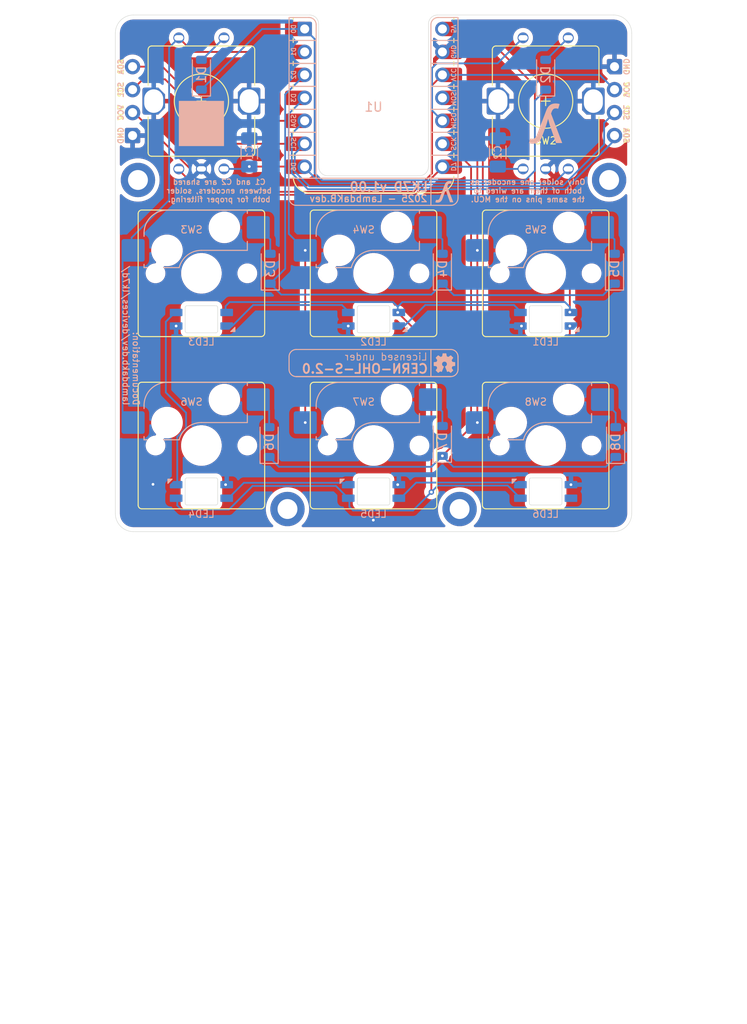
<source format=kicad_pcb>
(kicad_pcb (version 20241229) (generator "pcbnew") (generator_version "9.0")
  (title_block (title "LK7D") (date "2025-03-24") (rev "v1.00") (company "LambdaKB.dev") (comment 1 "https://lambdakb.dev/devices/lk7d"))
  (layers (0 "F.Cu" signal) (2 "B.Cu" signal) (13 "F.Paste" user) (15 "B.Paste" user) (5 "F.SilkS" user "F.Silkscreen") (7 "B.SilkS" user "B.Silkscreen") (1 "F.Mask" user) (3 "B.Mask" user) (25 "Edge.Cuts" user))
  (net 0 "")
  (net 1 "GND")
  (net 2 "+3.3V")
  (net 3 "Net-(D1-A)")
  (net 4 "Net-(D2-A)")
  (net 5 "Net-(D3-A)")
  (net 6 "/SCL")
  (net 7 "/SDA")
  (net 8 "/ENC1A")
  (net 9 "/ENC1B")
  (net 10 "Net-(D4-A)")
  (net 11 "Net-(D5-A)")
  (net 12 "Net-(D6-A)")
  (net 13 "Net-(D7-A)")
  (net 14 "Net-(D8-A)")
  (net 15 "Net-(LED1-DOUT)")
  (net 16 "/LED")
  (net 17 "+5V")
  (net 18 "Net-(LED2-DOUT)")
  (net 19 "Net-(LED3-DOUT)")
  (net 20 "Net-(LED4-DOUT)")
  (net 21 "Net-(LED5-DOUT)")
  (net 23 "/ROW0")
  (net 24 "/ROW1")
  (net 25 "/ROW2")
  (net 26 "/COL0")
  (net 27 "/COL2")
  (net 28 "/COL1")
  (footprint "MountingHole:MountingHole_2.2mm_M2_ISO14580_Pad" (layer "F.Cu") (at 49.05 84.65)
    (property "Reference" "H3" (hide yes))
    (property "Value" "MountingHole_2.2mm_M2_ISO14580_Pad")
  )
  (footprint "MountingHole:MountingHole_2.2mm_M2_ISO14580_Pad" (layer "F.Cu") (at 68.1 84.65)
    (property "Reference" "H4" (hide yes))
    (property "Value" "MountingHole_2.2mm_M2_ISO14580_Pad")
  )
  (footprint "MountingHole:MountingHole_2.2mm_M2_ISO14580_Pad" (layer "F.Cu") (at 32.5 48.25)
    (property "Reference" "H1" (hide yes))
    (property "Value" "MountingHole_2.2mm_M2_ISO14580_Pad")
  )
  (footprint "Connector_PinHeader_2.54mm:PinHeader_1x04_P2.54mm_Vertical" (layer "F.Cu") (at 31.905 39.525)
    (property "Reference" "J1" (hide yes))
    (property "Value" "PINHD_1x4_Male")
  )
  (footprint "LKBD_KeySwitch:EC11_THT_sqSilk" (layer "F.Cu") (at 39.525 39.525)
    (property "Reference" "SW1")
    (property "Value" "RotaryEncoder_Switch_MP")
  )
  (footprint "LKBD_MCU:MCU_XIAO-RP2040" (layer "F.Cu") (at 58.575 31.545)
    (property "Reference" "U1")
    (property "Value" "XIAO-RP2040")
  )
  (footprint "Connector_PinHeader_2.54mm:PinHeader_1x04_P2.54mm_Vertical" (layer "F.Cu") (at 85.245 39.525)
    (property "Reference" "J2" (hide yes))
    (property "Value" "PINHD_1x4_Male" (hide yes))
  )
  (footprint "MountingHole:MountingHole_2.2mm_M2_ISO14580_Pad" (layer "F.Cu") (at 84.65 48.25)
    (property "Reference" "H2" (hide yes))
    (property "Value" "MountingHole_2.2mm_M2_ISO14580_Pad")
  )
  (footprint "LKBD_KeySwitch:EC11_THT_sqSilk" (layer "F.Cu") (at 77.625 39.525)
    (property "Reference" "SW2")
    (property "Value" "RotaryEncoder_Switch_MP")
  )
  (footprint "Diode_SMD:D_SOD-123" (layer "B.Cu") (at 85.372 77.244 90)
    (property "Reference" "D8")
    (property "Value" "1N4148")
  )
  (footprint "LKBD_KeySwitch:SW_MX_HotSwap_sqSilk" (layer "B.Cu") (at 77.625 77.625)
    (property "Reference" "SW8")
    (property "Value" "SW_Push")
  )
  (footprint "LKBD_KeySwitch:SW_MX_HotSwap_sqSilk" (layer "B.Cu") (at 77.625 58.575)
    (property "Reference" "SW5")
    (property "Value" "SW_Push")
  )
  (footprint "Capacitor_SMD:C_1206_3216Metric_Pad1.33x1.80mm_HandSolder" (layer "B.Cu") (at 44.825 45.2015 90)
    (property "Reference" "C1")
    (property "Value" "100nF")
  )
  (footprint "LKBD_Common:LED_SK6812MINI-E" (layer "B.Cu") (at 58.575 63.655)
    (property "Reference" "LED2")
    (property "Value" "SK6812MINI-E")
    (fp_line (start -1.8 -1.3) (end -1.8 1.3) (stroke (width 0.05)) (layer "Edge.Cuts"))
    (fp_line (start -1.599999 1.5) (end 1.6 1.5) (stroke (width 0.05)) (layer "Edge.Cuts"))
    (fp_line (start 1.6 -1.5) (end -1.599999 -1.5) (stroke (width 0.05)) (layer "Edge.Cuts"))
    (fp_line (start 1.8 1.3) (end 1.8 -1.3) (stroke (width 0.05)) (layer "Edge.Cuts"))
    (fp_arc (start -1.8 -1.3) (mid -1.741421 -1.441421) (end -1.6 -1.5) (stroke (width 0.05)) (layer "Edge.Cuts"))
    (fp_arc (start -1.6 1.5) (mid -1.741421 1.441421) (end -1.8 1.3) (stroke (width 0.05)) (layer "Edge.Cuts"))
    (fp_arc (start 1.6 -1.5) (mid 1.741421 -1.441421) (end 1.8 -1.3) (stroke (width 0.05)) (layer "Edge.Cuts"))
    (fp_arc (start 1.8 1.3) (mid 1.741421 1.441421) (end 1.6 1.5) (stroke (width 0.05)) (layer "Edge.Cuts"))
  )
  (footprint "Capacitor_SMD:C_1206_3216Metric_Pad1.33x1.80mm_HandSolder" (layer "B.Cu") (at 72.325 45.2015 -90)
    (property "Reference" "C2")
    (property "Value" "100nF")
  )
  (footprint "LKBD_Common:LED_SK6812MINI-E" (layer "B.Cu") (at 77.625 63.655)
    (property "Reference" "LED1")
    (property "Value" "SK6812MINI-E")
    (fp_line (start -1.8 -1.3) (end -1.8 1.3) (stroke (width 0.05)) (layer "Edge.Cuts"))
    (fp_line (start -1.599999 1.5) (end 1.6 1.5) (stroke (width 0.05)) (layer "Edge.Cuts"))
    (fp_line (start 1.6 -1.5) (end -1.599999 -1.5) (stroke (width 0.05)) (layer "Edge.Cuts"))
    (fp_line (start 1.8 1.3) (end 1.8 -1.3) (stroke (width 0.05)) (layer "Edge.Cuts"))
    (fp_arc (start -1.8 -1.3) (mid -1.741421 -1.441421) (end -1.6 -1.5) (stroke (width 0.05)) (layer "Edge.Cuts"))
    (fp_arc (start -1.6 1.5) (mid -1.741421 1.441421) (end -1.8 1.3) (stroke (width 0.05)) (layer "Edge.Cuts"))
    (fp_arc (start 1.6 -1.5) (mid 1.741421 -1.441421) (end 1.8 -1.3) (stroke (width 0.05)) (layer "Edge.Cuts"))
    (fp_arc (start 1.8 1.3) (mid 1.741421 1.441421) (end 1.6 1.5) (stroke (width 0.05)) (layer "Edge.Cuts"))
  )
  (footprint "LKBD_KeySwitch:SW_MX_HotSwap_sqSilk" (layer "B.Cu") (at 58.575 58.575)
    (property "Reference" "SW4")
    (property "Value" "SW_Push")
  )
  (footprint "Diode_SMD:D_SOD-123" (layer "B.Cu") (at 77.625 36.604 90)
    (property "Reference" "D2")
    (property "Value" "1N4148")
  )
  (footprint "LKBD_KeySwitch:SW_MX_HotSwap_sqSilk" (layer "B.Cu") (at 39.525 58.575)
    (property "Reference" "SW3")
    (property "Value" "SW_Push")
  )
  (footprint "Diode_SMD:D_SOD-123" (layer "B.Cu") (at 39.525 36.604 90)
    (property "Reference" "D1")
    (property "Value" "1N4148")
  )
  (footprint "LKBD_Common:LED_SK6812MINI-E" (layer "B.Cu") (at 77.625 82.705 180)
    (property "Reference" "LED6")
    (property "Value" "SK6812MINI-E")
    (fp_line (start 1.8 1.3) (end 1.8 -1.3) (stroke (width 0.05)) (layer "Edge.Cuts"))
    (fp_line (start 1.6 -1.5) (end -1.599999 -1.5) (stroke (width 0.05)) (layer "Edge.Cuts"))
    (fp_line (start -1.599999 1.5) (end 1.6 1.5) (stroke (width 0.05)) (layer "Edge.Cuts"))
    (fp_line (start -1.8 -1.3) (end -1.8 1.3) (stroke (width 0.05)) (layer "Edge.Cuts"))
    (fp_arc (start 1.8 1.3) (mid 1.741421 1.441421) (end 1.6 1.5) (stroke (width 0.05)) (layer "Edge.Cuts"))
    (fp_arc (start 1.6 -1.5) (mid 1.741421 -1.441421) (end 1.8 -1.3) (stroke (width 0.05)) (layer "Edge.Cuts"))
    (fp_arc (start -1.6 1.5) (mid -1.741421 1.441421) (end -1.8 1.3) (stroke (width 0.05)) (layer "Edge.Cuts"))
    (fp_arc (start -1.8 -1.3) (mid -1.741421 -1.441421) (end -1.6 -1.5) (stroke (width 0.05)) (layer "Edge.Cuts"))
  )
  (footprint "Diode_SMD:D_SOD-123" (layer "B.Cu") (at 47.145001 58.067002 90)
    (property "Reference" "D3")
    (property "Value" "1N4148")
  )
  (footprint "Diode_SMD:D_SOD-123" (layer "B.Cu") (at 66.195001 58.067002 90)
    (property "Reference" "D4")
    (property "Value" "1N4148")
  )
  (footprint "LKBD_KeySwitch:SW_MX_HotSwap_sqSilk" (layer "B.Cu") (at 58.575 77.625)
    (property "Reference" "SW7")
    (property "Value" "SW_Push")
  )
  (footprint "Diode_SMD:D_SOD-123" (layer "B.Cu") (at 66.195001 77.117002 90)
    (property "Reference" "D7")
    (property "Value" "1N4148")
  )
  (footprint "LKBD_Common:LED_SK6812MINI-E" (layer "B.Cu") (at 58.575 82.705 180)
    (property "Reference" "LED5")
    (property "Value" "SK6812MINI-E")
    (fp_line (start 1.8 1.3) (end 1.8 -1.3) (stroke (width 0.05)) (layer "Edge.Cuts"))
    (fp_line (start 1.6 -1.5) (end -1.599999 -1.5) (stroke (width 0.05)) (layer "Edge.Cuts"))
    (fp_line (start -1.599999 1.5) (end 1.6 1.5) (stroke (width 0.05)) (layer "Edge.Cuts"))
    (fp_line (start -1.8 -1.3) (end -1.8 1.3) (stroke (width 0.05)) (layer "Edge.Cuts"))
    (fp_arc (start 1.8 1.3) (mid 1.741421 1.441421) (end 1.6 1.5) (stroke (width 0.05)) (layer "Edge.Cuts"))
    (fp_arc (start 1.6 -1.5) (mid 1.741421 -1.441421) (end 1.8 -1.3) (stroke (width 0.05)) (layer "Edge.Cuts"))
    (fp_arc (start -1.6 1.5) (mid -1.741421 1.441421) (end -1.8 1.3) (stroke (width 0.05)) (layer "Edge.Cuts"))
    (fp_arc (start -1.8 -1.3) (mid -1.741421 -1.441421) (end -1.6 -1.5) (stroke (width 0.05)) (layer "Edge.Cuts"))
  )
  (footprint "LKBD_KeySwitch:SW_MX_HotSwap_sqSilk" (layer "B.Cu") (at 39.525 77.625)
    (property "Reference" "SW6")
    (property "Value" "SW_Push")
  )
  (footprint "LKBD_Common:LED_SK6812MINI-E" (layer "B.Cu") (at 39.525 63.655)
    (property "Reference" "LED3")
    (property "Value" "SK6812MINI-E")
    (fp_line (start -1.8 -1.3) (end -1.8 1.3) (stroke (width 0.05)) (layer "Edge.Cuts"))
    (fp_line (start -1.599999 1.5) (end 1.6 1.5) (stroke (width 0.05)) (layer "Edge.Cuts"))
    (fp_line (start 1.6 -1.5) (end -1.599999 -1.5) (stroke (width 0.05)) (layer "Edge.Cuts"))
    (fp_line (start 1.8 1.3) (end 1.8 -1.3) (stroke (width 0.05)) (layer "Edge.Cuts"))
    (fp_arc (start -1.8 -1.3) (mid -1.741421 -1.441421) (end -1.6 -1.5) (stroke (width 0.05)) (layer "Edge.Cuts"))
    (fp_arc (start -1.6 1.5) (mid -1.741421 1.441421) (end -1.8 1.3) (stroke (width 0.05)) (layer "Edge.Cuts"))
    (fp_arc (start 1.6 -1.5) (mid 1.741421 -1.441421) (end 1.8 -1.3) (stroke (width 0.05)) (layer "Edge.Cuts"))
    (fp_arc (start 1.8 1.3) (mid 1.741421 1.441421) (end 1.6 1.5) (stroke (width 0.05)) (layer "Edge.Cuts"))
  )
  (footprint "Diode_SMD:D_SOD-123" (layer "B.Cu") (at 47.018 77.244 90)
    (property "Reference" "D6")
    (property "Value" "1N4148")
  )
  (footprint "LKBD_Common:LED_SK6812MINI-E" (layer "B.Cu") (at 39.525 82.705 180)
    (property "Reference" "LED4")
    (property "Value" "SK6812MINI-E")
    (fp_line (start 1.8 1.3) (end 1.8 -1.3) (stroke (width 0.05)) (layer "Edge.Cuts"))
    (fp_line (start 1.6 -1.5) (end -1.599999 -1.5) (stroke (width 0.05)) (layer "Edge.Cuts"))
    (fp_line (start -1.599999 1.5) (end 1.6 1.5) (stroke (width 0.05)) (layer "Edge.Cuts"))
    (fp_line (start -1.8 -1.3) (end -1.8 1.3) (stroke (width 0.05)) (layer "Edge.Cuts"))
    (fp_arc (start 1.8 1.3) (mid 1.741421 1.441421) (end 1.6 1.5) (stroke (width 0.05)) (layer "Edge.Cuts"))
    (fp_arc (start 1.6 -1.5) (mid 1.741421 -1.441421) (end 1.8 -1.3) (stroke (width 0.05)) (layer "Edge.Cuts"))
    (fp_arc (start -1.6 1.5) (mid -1.741421 1.441421) (end -1.8 1.3) (stroke (width 0.05)) (layer "Edge.Cuts"))
    (fp_arc (start -1.8 -1.3) (mid -1.741421 -1.441421) (end -1.6 -1.5) (stroke (width 0.05)) (layer "Edge.Cuts"))
  )
  (footprint "LKBD_PCBFab:JLCPCB_2DBarcode_5x5mm" (layer "B.Cu") (at 39.525 42 180)
    (property "Reference" "M1" (hide yes))
    (property "Value" "JLCPCB_2DBarcode_5x5mm")
  )
  (footprint "Diode_SMD:D_SOD-123" (layer "B.Cu") (at 85.245001 58.067002 90)
    (property "Reference" "D5")
    (property "Value" "1N4148")
  )
  (gr_line (start 65.742537 69.519987) (end 65.963857 69.36815) (stroke (width 0.1)) (layer "B.SilkS"))
  (gr_line (start 66.00531 67.87391) (end 65.983538 67.872395) (stroke (width 0.1)) (layer "B.SilkS"))
  (gr_line (start 65.983538 67.872395) (end 65.742529 67.706926) (stroke (width 0.1)) (layer "B.SilkS"))
  (gr_line (start 67.107555 69.519986) (end 67.126866 69.518187) (stroke (width 0.1)) (layer "B.SilkS"))
  (gr_line (start 65.301404 68.771874) (end 65.573557 68.822518) (stroke (width 0.1)) (layer "B.SilkS"))
  (gr_line (start 66.098655 69.413593) (end 66.299805 68.927497) (stroke (width 0.1)) (layer "B.SilkS"))
  (gr_line (start 67.126866 69.518187) (end 67.329916 69.315234) (stroke (width 0.1)) (layer "B.SilkS"))
  (gr_line (start 65.301491 68.45504) (end 65.301404 68.45504) (stroke (width 0.1)) (layer "B.SilkS"))
  (gr_line (start 66.198705 67.794773) (end 66.00531 67.87391) (stroke (width 0.1)) (layer "B.SilkS"))
  (gr_line (start 67.331526 67.930991) (end 67.329727 67.911775) (stroke (width 0.1)) (layer "B.SilkS"))
  (gr_line (start 66.844773 67.87391) (end 66.651379 67.794773) (stroke (width 0.1)) (layer "B.SilkS"))
  (gr_line (start 67.167666 68.189419) (end 67.168991 68.16793) (stroke (width 0.1)) (layer "B.SilkS"))
  (gr_line (start 65.985061 69.367399) (end 66.082563 69.419462) (stroke (width 0.1)) (layer "B.SilkS"))
  (gr_line (start 66.758139 69.420099) (end 66.767529 69.419455) (stroke (width 0.1)) (layer "B.SilkS"))
  (gr_line (start 66.550279 68.927497) (end 66.751437 69.413491) (stroke (width 0.1)) (layer "B.SilkS"))
  (gr_line (start 65.674656 69.049044) (end 65.673053 69.070722) (stroke (width 0.1)) (layer "B.SilkS"))
  (gr_line (start 66.266578 67.489866) (end 66.212905 67.778396) (stroke (width 0.1)) (layer "B.SilkS"))
  (gr_line (start 67.175522 69.049045) (end 67.260434 68.836812) (stroke (width 0.1)) (layer "B.SilkS"))
  (gr_line (start 67.329916 69.315234) (end 67.331715 69.295923) (stroke (width 0.1)) (layer "B.SilkS"))
  (gr_line (start 65.518463 67.930991) (end 65.681092 68.16793) (stroke (width 0.1)) (layer "B.SilkS"))
  (gr_line (start 66.293936 68.909322) (end 66.269513 68.894365) (stroke (width 0.1)) (layer "B.SilkS"))
  (gr_line (start 66.580572 68.894365) (end 66.556149 68.909322) (stroke (width 0.1)) (layer "B.SilkS"))
  (gr_line (start 67.126772 67.70863) (end 67.107461 67.706832) (stroke (width 0.1)) (layer "B.SilkS"))
  (gr_line (start 67.329727 67.911775) (end 67.126772 67.70863) (stroke (width 0.1)) (layer "B.SilkS"))
  (gr_line (start 64.925 48.055) (end 64.925 51.055) (stroke (width 0.12)) (layer "B.SilkS"))
  (gr_line (start 67.125001 70) (end 50.025001 70) (stroke (width 0.12)) (layer "B.SilkS"))
  (gr_line (start 66.596002 68.882533) (end 66.580572 68.894365) (stroke (width 0.1)) (layer "B.SilkS"))
  (gr_line (start 67.177132 69.070627) (end 67.175522 69.049045) (stroke (width 0.1)) (layer "B.SilkS"))
  (gr_line (start 65.963857 69.36815) (end 65.985061 69.367399) (stroke (width 0.1)) (layer "B.SilkS"))
  (gr_line (start 67.560986 68.756918) (end 67.560986 68.469902) (stroke (width 0.1)) (layer "B.SilkS"))
  (gr_line (start 65.289098 68.469902) (end 65.289098 68.757012) (stroke (width 0.1)) (layer "B.SilkS"))
  (gr_line (start 66.63718 67.778396) (end 66.583506 67.489961) (stroke (width 0.1)) (layer "B.SilkS"))
  (gr_arc (start 67.925001 69.2) (mid 67.690686 69.765686) (end 67.125001 70) (stroke (width 0.12)) (layer "B.SilkS"))
  (gr_line (start 66.299805 68.927497) (end 66.293936 68.909322) (stroke (width 0.1)) (layer "B.SilkS"))
  (gr_line (start 65.301404 68.45504) (end 65.289098 68.469902) (stroke (width 0.1)) (layer "B.SilkS"))
  (gr_poly (pts (xy 66.280793 67.477577) (xy 66.280149 67.477625) (xy 66.279508 67.477704) (xy 66.278872 67.477813) (xy 66.278241 67.477952) (xy 66.277616 67.47812) (xy 66.276998 67.478316) (xy 66.276389 67.478538) (xy 66.275788 67.478787) (xy 66.275198 67.479061) (xy 66.27405 67.479682) (xy 66.272953 67.480395) (xy 66.271914 67.481193) (xy 66.270941 67.48207) (xy 66.270041 67.483019) (xy 66.26922 67.484034) (xy 66.268487 67.485108) (xy 66.268156 67.485665) (xy 66.267849 67.486235) (xy 66.267568 67.486816) (xy 66.267314 67.487408) (xy 66.267086 67.48801) (xy 66.266887 67.488621) (xy 66.266718 67.48924) (xy 66.266578 67.489866) (xy 66.212905 67.778396) (xy 66.212525 67.779774) (xy 66.212066 67.781117) (xy 66.211531 67.782424) (xy 66.210922 67.783691) (xy 66.21024 67.784916) (xy 66.209489 67.786095) (xy 66.208672 67.787226) (xy 66.20779 67.788306) (xy 66.206845 67.789332) (xy 66.205842 67.790302) (xy 66.204781 67.791212) (xy 66.203665 67.79206) (xy 66.202497 67.792843) (xy 66.20128 67.793558) (xy 66.200015 67.794202) (xy 66.198705 67.794773) (xy 66.00531 67.87391) (xy 66.003972 67.874438) (xy 66.002613 67.874881) (xy 66.001238 67.875241) (xy 65.999849 67.875517) (xy 65.998452 67.875709) (xy 65.997048 67.875819) (xy 65.995644 67.875845) (xy 65.994241 67.875789) (xy 65.992844 67.87565) (xy 65.991456 67.875429) (xy 65.990081 67.875127) (xy 65.988724 67.874743) (xy 65.987387 67.874277) (xy 65.986075 67.873731) (xy 65.98479 67.873103) (xy 65.983538 67.872395) (xy 65.742529 67.706926) (xy 65.741953 67.70658) (xy 65.741367 67.70626) (xy 65.74017 67.705701) (xy 65.738943 67.705249) (xy 65.737693 67.704904) (xy 65.736427 67.704664) (xy 65.73515 67.70453) (xy 65.733871 67.7045) (xy 65.732595 67.704573) (xy 65.731329 67.70475) (xy 65.73008 67.705029) (xy 65.728855 67.70541) (xy 65.72766 67.705892) (xy 65.726501 67.706475) (xy 65.725386 67.707158) (xy 65.72432 67.707939) (xy 65.723809 67.708367) (xy 65.723312 67.70882) (xy 65.520357 67.911775) (xy 65.519907 67.912239) (xy 65.519482 67.912724) (xy 65.519082 67.913229) (xy 65.518706 67.913754) (xy 65.518355 67.914296) (xy 65.518029 67.914854) (xy 65.517728 67.915428) (xy 65.517451 67.916015) (xy 65.5172 67.916616) (xy 65.516973 67.917227) (xy 65.516596 67.918479) (xy 65.516319 67.919761) (xy 65.516144 67.921064) (xy 65.516071 67.922376) (xy 65.5161 67.923688) (xy 65.516233 67.92499) (xy 65.516469 67.926272) (xy 65.516626 67.926902) (xy 65.51681 67.927523) (xy 65.517019 67.928133) (xy 65.517255 67.928733) (xy 65.517517 67.92932) (xy 65.517806 67.929893) (xy 65.518121 67.93045) (xy 65.518463 67.930991) (xy 65.681092 68.16793) (xy 65.68179 68.169169) (xy 65.682407 68.170439) (xy 65.682943 68.171737) (xy 65.683398 68.173059) (xy 65.68377 68.174401) (xy 65.684061 68.17576) (xy 65.68427 68.177132) (xy 65.684396 68.178512) (xy 65.68444 68.179898) (xy 65.6844 68.181285) (xy 65.684278 68.182669) (xy 65.684072 68.184047) (xy 65.683783 68.185415) (xy 65.68341 68.186768) (xy 65.682953 68.188104) (xy 65.682411 68.189419) (xy 65.596932 68.388966) (xy 65.59634 68.390274) (xy 65.595677 68.391537) (xy 65.594944 68.392753) (xy 65.594144 68.393918) (xy 65.593281 68.395032) (xy 65.592357 68.396091) (xy 65.591375 68.397093) (xy 65.590337 68.398036) (xy 65.589246 68.398917) (xy 65.588106 68.399735) (xy 65.586918 68.400486) (xy 65.585685 68.401168) (xy 65.584411 68.40178) (xy 65.583098 68.402318) (xy 65.581748 68.402781) (xy 65.580365 68.403166) (xy 65.301491 68.45504) (xy 65.301404 68.45504) (xy 65.300777 68.455171) (xy 65.300158 68.455334) (xy 65.299547 68.455526) (xy 65.298945 68.455748) (xy 65.298354 68.455998) (xy 65.297772 68.456276) (xy 65.297203 68.45658) (xy 65.296646 68.456909) (xy 65.296101 68.457262) (xy 65.295571 68.45764) (xy 65.295056 68.458039) (xy 65.294556 68.45846) (xy 65.294073 68.458902) (xy 65.293607 68.459363) (xy 65.293159 68.459843) (xy 65.29273 68.460341) (xy 65.292321 68.460855) (xy 65.291932 68.461384) (xy 65.291565 68.461929) (xy 65.291219 68.462487) (xy 65.290897 68.463058) (xy 65.290598 68.463641) (xy 65.290324 68.464234) (xy 65.290075 68.464838) (xy 65.289853 68.46545) (xy 65.289658 68.46607) (xy 65.28949 68.466697) (xy 65.289351 68.46733) (xy 65.289241 68.467968) (xy 65.289162 68.46861) (xy 65.289114 68.469255) (xy 65.289098 68.469902) (xy 65.289098 68.757012) (xy 65.289133 68.757683) (xy 65.289195 68.758346) (xy 65.289285 68.759002) (xy 65.289402 68.75965) (xy 65.289545 68.760289) (xy 65.289714 68.760919) (xy 65.289908 68.761538) (xy 65.290126 68.762147) (xy 65.290636 68.76333) (xy 65.291238 68.764462) (xy 65.291927 68.765539) (xy 65.292701 68.766554) (xy 65.293555 68.767504) (xy 65.294484 68.768382) (xy 65.295484 68.769185) (xy 65.296551 68.769906) (xy 65.297108 68.770234) (xy 65.297681 68.77054) (xy 65.298268 68.770823) (xy 65.298869 68.771083) (xy 65.299484 68.771319) (xy 65.300112 68.771529) (xy 65.300752 68.771714) (xy 65.301404 68.771874) (xy 65.573557 68.822518) (xy 65.574928 68.822898) (xy 65.576264 68.823358) (xy 65.577561 68.823897) (xy 65.578818 68.82451) (xy 65.580031 68.825197) (xy 65.581197 68.825953) (xy 65.582314 68.826778) (xy 65.583378 68.827667) (xy 65.584387 68.828619) (xy 65.585337 68.82963) (xy 65.586226 68.830699) (xy 65.58705 68.831822) (xy 65.587808 68.832998) (xy 65.588496 68.834223) (xy 65.58911 68.835495) (xy 65.589649 68.836812) (xy 65.674656 69.049044) (xy 65.675173 69.05038) (xy 65.675606 69.051735) (xy 65.675956 69.053107) (xy 65.676223 69.054491) (xy 65.676407 69.055883) (xy 65.676509 69.057281) (xy 65.676529 69.05868) (xy 65.676467 69.060076) (xy 65.676323 69.061467) (xy 65.676098 69.062848) (xy 65.675791 69.064215) (xy 65.675404 69.065565) (xy 65.674936 69.066895) (xy 65.674388 69.0682) (xy 65.67376 69.069477) (xy 65.673053 69.070722) (xy 65.51847 69.295923) (xy 65.518122 69.296501) (xy 65.517801 69.297089) (xy 65.51724 69.298293) (xy 65.516786 69.299525) (xy 65.516439 69.300781) (xy 65.516198 69.302054) (xy 65.516063 69.303336) (xy 65.516033 69.304621) (xy 65.516106 69.305903) (xy 65.516283 69.307175) (xy 65.516563 69.30843) (xy 65.516945 69.309661) (xy 65.517429 69.310863) (xy 65.518013 69.312027) (xy 65.518698 69.313148) (xy 65.519482 69.314219) (xy 65.519911 69.314734) (xy 65.520365 69.315234) (xy 65.72332 69.518189) (xy 65.72382 69.518636) (xy 65.724335 69.519058) (xy 65.724864 69.519455) (xy 65.725405 69.519828) (xy 65.725959 69.520177) (xy 65.726524 69.520501) (xy 65.7271 69.5208) (xy 65.727686 69.521074) (xy 65.728883 69.521547) (xy 65.730109 69.521919) (xy 65.731357 69.522191) (xy 65.732622 69.522361) (xy 65.733897 69.522429) (xy 65.735174 69.522393) (xy 65.736448 69.522255) (xy 65.737712 69.522012) (xy 65.738338 69.521851) (xy 65.73896 69.521664) (xy 65.739575 69.521451) (xy 65.740184 69.521211) (xy 65.740785 69.520945) (xy 65.741379 69.520653) (xy 65.741963 69.520333) (xy 65.742537 69.519987) (xy 65.963857 69.36815) (xy 65.965086 69.367459) (xy 65.966347 69.366854) (xy 65.967637 69.366333) (xy 65.96895 69.365899) (xy 65.970284 69.365549) (xy 65.971633 69.365286) (xy 65.972994 69.365108) (xy 65.974361 69.365016) (xy 65.975732 69.365011) (xy 65.977102 69.365092) (xy 65.978467 69.365259) (xy 65.979821 69.365513) (xy 65.981163 69.365854) (xy 65.982486 69.366282) (xy 65.983787 69.366797) (xy 65.985061 69.367399) (xy 66.082563 69.419462) (xy 66.083109 69.419739) (xy 66.083667 69.419984) (xy 66.084234 69.420199) (xy 66.084809 69.420382) (xy 66.085392 69.420535) (xy 66.085982 69.420657) (xy 66.086575 69.420747) (xy 66.087173 69.420806) (xy 66.087772 69.420834) (xy 66.088373 69.420831) (xy 66.088974 69.420795) (xy 66.089573 69.420729) (xy 66.090169 69.42063) (xy 66.090761 69.4205) (xy 66.091348 69.420337) (xy 66.091928 69.420143) (xy 66.092497 69.419918) (xy 66.093051 69.419664) (xy 66.093588 69.419383) (xy 66.094108 69.419074) (xy 66.094609 69.41874) (xy 66.095091 69.41838) (xy 66.095553 69.417996) (xy 66.095994 69.417589) (xy 66.096413 69.417159) (xy 66.096809 69.416707) (xy 66.097181 69.416235) (xy 66.097529 69.415743) (xy 66.097851 69.415231) (xy 66.098147 69.414702) (xy 66.098415 69.414156) (xy 66.098655 69.413593) (xy 66.299805 68.927497) (xy 66.30003 68.926868) (xy 66.300226 68.926234) (xy 66.300531 68.924958) (xy 66.300724 68.923674) (xy 66.300806 68.922389) (xy 66.30078 68.92111) (xy 66.300647 68.919844) (xy 66.30041 68.918597) (xy 66.300071 68.917376) (xy 66.299631 68.916187) (xy 66.299094 68.915036) (xy 66.298461 68.913932) (xy 66.297735 68.912879) (xy 66.296917 68.911885) (xy 66.29601 68.910956) (xy 66.295015 68.9101) (xy 66.294486 68.9097) (xy 66.293936 68.909322) (xy 66.269513 68.894365) (xy 66.26774 68.893216) (xy 66.265851 68.891917) (xy 66.263882 68.890496) (xy 66.261869 68.888981) (xy 66.259847 68.8874) (xy 66.257851 68.88578) (xy 66.255918 68.884148) (xy 66.254083 68.882533) (xy 66.24313 68.875212) (xy 66.232559 68.8675) (xy 66.222376 68.85941) (xy 66.212587 68.850958) (xy 66.203197 68.842158) (xy 66.19421 68.833024) (xy 66.185634 68.823571) (xy 66.177473 68.813813) (xy 66.169732 68.803765) (xy 66.162417 68.793442) (xy 66.155534 68.782857) (xy 66.149088 68.772026) (xy 66.143084 68.760963) (xy 66.137527 68.749682) (xy 66.132425 68.738198) (xy 66.12778 68.726526) (xy 66.1236 68.714679) (xy 66.11989 68.702673) (xy 66.116654 68.690521) (xy 66.113899 68.678239) (xy 66.11163 68.665841) (xy 66.109852 68.653341) (xy 66.108571 68.640753) (xy 66.107792 68.628094) (xy 66.10752 68.615376) (xy 66.107762 68.602614) (xy 66.108522 68.589824) (xy 66.109806 68.577018) (xy 66.11162 68.564213) (xy 66.113968 68.551421) (xy 66.116857 68.538659) (xy 66.120291 68.52594) (xy 66.124246 68.513373) (xy 66.128684 68.501063) (xy 66.133593 68.48902) (xy 66.13896 68.477253) (xy 66.144773 68.465771) (xy 66.15102 68.454584) (xy 66.157688 68.4437) (xy 66.164764 68.433129) (xy 66.172237 68.422881) (xy 66.180095 68.412964) (xy 66.188324 68.403389) (xy 66.196912 68.394163) (xy 66.205847 68.385297) (xy 66.215116 68.3768) (xy 66.224708 68.368681) (xy 66.234609 68.360949) (xy 66.244808 68.353614) (xy 66.255292 68.346684) (xy 66.266048 68.34017) (xy 66.277064 68.334081) (xy 66.288328 68.328425) (xy 66.299828 68.323212) (xy 66.31155 68.318452) (xy 66.323483 68.314153) (xy 66.335615 68.310326) (xy 66.347932 68.306978) (xy 66.360422 68.30412) (xy 66.373074 68.301761) (xy 66.385874 68.29991) (xy 66.39881 68.298576) (xy 66.411871 68.297769) (xy 66.425042 68.297498) (xy 66.438214 68.297769) (xy 66.451274 68.298576) (xy 66.477011 68.301761) (xy 66.502153 68.306978) (xy 66.526601 68.314153) (xy 66.550257 68.323212) (xy 66.573021 68.334081) (xy 66.594793 68.346684) (xy 66.615475 68.360949) (xy 66.634968 68.3768) (xy 66.653173 68.394163) (xy 66.66999 68.412965) (xy 66.685321 68.43313) (xy 66.699065 68.454584) (xy 66.711125 68.477253) (xy 66.721401 68.501064) (xy 66.725839 68.513373) (xy 66.729794 68.52594) (xy 66.736117 68.551422) (xy 66.740278 68.577018) (xy 66.742323 68.602614) (xy 66.742293 68.628094) (xy 66.740233 68.653341) (xy 66.736186 68.678239) (xy 66.730195 68.702673) (xy 66.722304 68.726526) (xy 66.712557 68.749682) (xy 66.700997 68.772027) (xy 66.687668 68.793442) (xy 66.672612 68.813813) (xy 66.655874 68.833024) (xy 66.637498 68.850958) (xy 66.617526 68.8675) (xy 66.596002 68.882533) (xy 66.594166 68.88418) (xy 66.592233 68.885834) (xy 66.590238 68.887467) (xy 66.588216 68.889053) (xy 66.586203 68.890564) (xy 66.584234 68.891971) (xy 66.582345 68.893248) (xy 66.580572 68.894365) (xy 66.556149 68.909322) (xy 66.555596 68.909698) (xy 66.555064 68.910096) (xy 66.554553 68.910513) (xy 66.554065 68.91095) (xy 66.553598 68.911404) (xy 66.553153 68.911876) (xy 66.552731 68.912365) (xy 66.552331 68.912869) (xy 66.551955 68.913388) (xy 66.551602 68.913921) (xy 66.551272 68.914468) (xy 66.550967 68.915026) (xy 66.550685 68.915596) (xy 66.550428 68.916177) (xy 66.550196 68.916768) (xy 66.549988 68.917367) (xy 66.549806 68.917975) (xy 66.549649 68.91859) (xy 66.549518 68.919211) (xy 66.549413 68.919839) (xy 66.549334 68.92047) (xy 66.549282 68.921106) (xy 66.549256 68.921745) (xy 66.549258 68.922386) (xy 66.549287 68.923029) (xy 66.549344 68.923672) (xy 66.549428 68.924315) (xy 66.549541 68.924957) (xy 66.549682 68.925597) (xy 66.549852 68.926234) (xy 66.550051 68.926868) (xy 66.550279 68.927497) (xy 66.751437 69.413491) (xy 66.751673 69.414057) (xy 66.751938 69.414607) (xy 66.752231 69.41514) (xy 66.752551 69.415655) (xy 66.752896 69.41615) (xy 66.753266 69.416626) (xy 66.75366 69.417082) (xy 66.754078 69.417515) (xy 66.754517 69.417927) (xy 66.754978 69.418314) (xy 66.755459 69.418678) (xy 66.75596 69.419016) (xy 66.756479 69.419328) (xy 66.757016 69.419613) (xy 66.75757 69.419871) (xy 66.758139 69.420099) (xy 66.75872 69.420297) (xy 66.759308 69.420462) (xy 66.759901 69.420596) (xy 66.760498 69.420698) (xy 66.761098 69.420767) (xy 66.7617 69.420805) (xy 66.762302 69.420811) (xy 66.762903 69.420786) (xy 66.763503 69.420729) (xy 66.764098 69.420641) (xy 66.764689 69.420521) (xy 66.765274 69.42037) (xy 66.765852 69.420188) (xy 66.766421 69.419974) (xy 66.766981 69.41973) (xy 66.767529 69.419455) (xy 66.865031 69.367393) (xy 66.866303 69.366786) (xy 66.867602 69.366267) (xy 66.868923 69.365834) (xy 66.870263 69.365488) (xy 66.871616 69.365229) (xy 66.87298 69.365056) (xy 66.874349 69.36497) (xy 66.87572 69.36497) (xy 66.877088 69.365056) (xy 66.878449 69.365228) (xy 66.879799 69.365487) (xy 66.881134 69.365831) (xy 66.882449 69.36626) (xy 66.88374 69.366775) (xy 66.885004 69.367376) (xy 66.886235 69.368061) (xy 67.107555 69.519986) (xy 67.108132 69.520333) (xy 67.108719 69.520654) (xy 67.10992 69.521215) (xy 67.11115 69.52167) (xy 67.112403 69.522019) (xy 67.113673 69.522263) (xy 67.114953 69.522403) (xy 67.116236 69.522438) (xy 67.117517 69.522371) (xy 67.118788 69.522201) (xy 67.120042 69.521929) (xy 67.121274 69.521555) (xy 67.122477 69.521081) (xy 67.123645 69.520506) (xy 67.124769 69.519832) (xy 67.125846 69.519059) (xy 67.126363 69.518635) (xy 67.126866 69.518187) (xy 67.329916 69.315234) (xy 67.330367 69.314733) (xy 67.330794 69.314216) (xy 67.331195 69.313685) (xy 67.331572 69.313141) (xy 67.331923 69.312585) (xy 67.33225 69.312017) (xy 67.332552 69.311439) (xy 67.332828 69.31085) (xy 67.333079 69.310253) (xy 67.333305 69.309647) (xy 67.333681 69.308415) (xy 67.333954 69.307159) (xy 67.334125 69.305887) (xy 67.334192 69.304605) (xy 67.334155 69.303321) (xy 67.334014 69.30204) (xy 67.333904 69.301403) (xy 67.333767 69.30077) (xy 67.333604 69.30014) (xy 67.333414 69.299516) (xy 67.333198 69.298898) (xy 67.332955 69.298286) (xy 67.332685 69.297682) (xy 67.332389 69.297086) (xy 67.332065 69.2965) (xy 67.331715 69.295923) (xy 67.177132 69.070627) (xy 67.176426 69.069388) (xy 67.175801 69.068117) (xy 67.175254 69.066818) (xy 67.174788 69.065495) (xy 67.174402 69.064151) (xy 67.174096 69.062789) (xy 67.173871 69.061415) (xy 67.173727 69.06003) (xy 67.173664 69.05864) (xy 67.173682 69.057247) (xy 67.173783 69.055855) (xy 67.173965 69.054468) (xy 67.17423 69.05309) (xy 67.174578 69.051725) (xy 67.175008 69.050375) (xy 67.175522 69.049045) (xy 67.260434 68.836812) (xy 67.26098 68.835504) (xy 67.2616 68.834241) (xy 67.262293 68.833024) (xy 67.263054 68.831856) (xy 67.263881 68.83074) (xy 67.264772 68.829679) (xy 67.265723 68.828675) (xy 67.266731 68.82773) (xy 67.267794 68.826847) (xy 67.268909 68.826028) (xy 67.270073 68.825277) (xy 67.271283 68.824594) (xy 67.272537 68.823985) (xy 67.27383 68.823449) (xy 67.275161 68.822991) (xy 67.276527 68.822612) (xy 67.54868 68.77178) (xy 67.549332 68.77162) (xy 67.549973 68.771435) (xy 67.5506 68.771225) (xy 67.551215 68.770989) (xy 67.551816 68.770729) (xy 67.552403 68.770446) (xy 67.552976 68.77014) (xy 67.553533 68.769812) (xy 67.554075 68.769462) (xy 67.5546 68.769091) (xy 67.555109 68.768699) (xy 67.5556 68.768288) (xy 67.556074 68.767858) (xy 67.556529 68.76741) (xy 67.556966 68.766943) (xy 67.557383 68.76646) (xy 67.55778 68.76596) (xy 67.558157 68.765444) (xy 67.558512 68.764913) (xy 67.558847 68.764368) (xy 67.559159 68.763808) (xy 67.559448 68.763236) (xy 67.559715 68.76265) (xy 67.559958 68.762053) (xy 67.560176 68.761444) (xy 67.56037 68.760825) (xy 67.560539 68.760195) (xy 67.560682 68.759556) (xy 67.560799 68.758908) (xy 67.560889 68.758252) (xy 67.560952 68.757589) (xy 67.560986 68.756918) (xy 67.560986 68.469902) (xy 67.56097 68.469255) (xy 67.560922 68.46861) (xy 67.560843 68.467968) (xy 67.560733 68.46733) (xy 67.560594 68.466698) (xy 67.560427 68.466071) (xy 67.560231 68.465451) (xy 67.560009 68.464838) (xy 67.559486 68.463642) (xy 67.558865 68.462488) (xy 67.558152 68.461386) (xy 67.557354 68.460342) (xy 67.556477 68.459365) (xy 67.555527 68.458462) (xy 67.554513 68.457641) (xy 67.553438 68.45691) (xy 67.552881 68.456581) (xy 67.552312 68.456277) (xy 67.55173 68.455999) (xy 67.551139 68.455749) (xy 67.550537 68.455527) (xy 67.549926 68.455334) (xy 67.549307 68.455172) (xy 67.54868 68.45504) (xy 67.269711 68.403166) (xy 67.268324 68.402788) (xy 67.266971 68.402332) (xy 67.265654 68.401798) (xy 67.264377 68.40119) (xy 67.263142 68.40051) (xy 67.261951 68.39976) (xy 67.260809 68.398944) (xy 67.259717 68.398062) (xy 67.258679 68.397118) (xy 67.257697 68.396114) (xy 67.256774 68.395052) (xy 67.255914 68.393936) (xy 67.255117 68.392766) (xy 67.254389 68.391547) (xy 67.25373 68.390279) (xy 67.253145 68.388966) (xy 67.167666 68.189419) (xy 67.167127 68.188104) (xy 67.166673 68.186768) (xy 67.166302 68.185414) (xy 67.166015 68.184046) (xy 67.165811 68.182668) (xy 67.16569 68.181284) (xy 67.165652 68.179898) (xy 67.165696 68.178512) (xy 67.165822 68.177132) (xy 67.166031 68.175761) (xy 67.166321 68.174402) (xy 67.166693 68.17306) (xy 67.167146 68.171738) (xy 67.16768 68.17044) (xy 67.168295 68.169169) (xy 67.168991 68.16793) (xy 67.331526 67.930991) (xy 67.331872 67.930417) (xy 67.332191 67.929833) (xy 67.33275 67.928638) (xy 67.333203 67.927414) (xy 67.33355 67.926167) (xy 67.333793 67.924903) (xy 67.333932 67.923629) (xy 67.333967 67.922351) (xy 67.333899 67.921077) (xy 67.333729 67.919812) (xy 67.333458 67.918563) (xy 67.333085 67.917337) (xy 67.332612 67.91614) (xy 67.332039 67.914979) (xy 67.331367 67.91386) (xy 67.330596 67.91279) (xy 67.330174 67.912275) (xy 67.329727 67.911775) (xy 67.126772 67.70863) (xy 67.126271 67.708176) (xy 67.125756 67.707747) (xy 67.125226 67.707343) (xy 67.124683 67.706964) (xy 67.124127 67.70661) (xy 67.123559 67.706282) (xy 67.122981 67.705978) (xy 67.122393 67.7057) (xy 67.121795 67.705447) (xy 67.121189 67.70522) (xy 67.120576 67.705018) (xy 67.119956 67.704842) (xy 67.1187 67.704568) (xy 67.117427 67.704396) (xy 67.116144 67.70433) (xy 67.114858 67.704367) (xy 67.114217 67.704426) (xy 67.113577 67.704511) (xy 67.112939 67.704622) (xy 67.112305 67.70476) (xy 67.111676 67.704925) (xy 67.111051 67.705117) (xy 67.110433 67.705335) (xy 67.109821 67.70558) (xy 67.109218 67.705852) (xy 67.108622 67.706152) (xy 67.108036 67.706478) (xy 67.107461 67.706832) (xy 66.866451 67.872396) (xy 66.86534 67.873086) (xy 66.864145 67.873699) (xy 66.862877 67.874236) (xy 66.861546 67.874696) (xy 66.860165 67.875077) (xy 66.858744 67.875379) (xy 66.857293 67.875602) (xy 66.855825 67.875744) (xy 66.854351 67.875806) (xy 66.85288 67.875786) (xy 66.851426 67.875683) (xy 66.849998 67.875497) (xy 66.848607 67.875228) (xy 66.847266 67.874874) (xy 66.845984 67.874435) (xy 66.844773 67.87391) (xy 66.651379 67.794773) (xy 66.650759 67.794554) (xy 66.650141 67.794306) (xy 66.649527 67.79403) (xy 66.648917 67.793727) (xy 66.647713 67.793045) (xy 66.646538 67.792267) (xy 66.645397 67.791402) (xy 66.644299 67.790456) (xy 66.643249 67.78944) (xy 66.642256 67.788359) (xy 66.641326 67.787224) (xy 66.640466 67.786041) (xy 66.639684 67.784818) (xy 66.638986 67.783564) (xy 66.638379 67.782287) (xy 66.637871 67.780995) (xy 66.637657 67.780345) (xy 66.637469 67.779695) (xy 66.63731 67.779045) (xy 66.63718 67.778396) (xy 66.583506 67.489961) (xy 66.583348 67.489307) (xy 66.583163 67.488665) (xy 66.582953 67.488035) (xy 66.582718 67.487418) (xy 66.582459 67.486815) (xy 66.582177 67.486226) (xy 66.581871 67.485651) (xy 66.581543 67.485091) (xy 66.581194 67.484547) (xy 66.580824 67.484019) (xy 66.580433 67.483508) (xy 66.580022 67.483014) (xy 66.579592 67.482538) (xy 66.579144 67.48208) (xy 66.578678 67.48164) (xy 66.578195 67.48122) (xy 66.577695 67.48082) (xy 66.57718 67.48044) (xy 66.576649 67.480081) (xy 66.576103 67.479744) (xy 66.575543 67.479429) (xy 66.57497 67.479136) (xy 66.574385 67.478866) (xy 66.573787 67.478619) (xy 66.573177 67.478397) (xy 66.572557 67.478199) (xy 66.571927 67.478027) (xy 66.571287 67.47788) (xy 66.570638 67.47776) (xy 66.569981 67.477666) (xy 66.569316 67.477599) (xy 66.568644 67.47756) (xy 66.28144 67.47756)) (stroke (width -0.000001)) (fill yes) (layer "B.SilkS"))
  (gr_line (start 67.269711 68.403166) (end 67.253145 68.388966) (stroke (width 0.1)) (layer "B.SilkS"))
  (gr_curve (pts (xy 66.425042 68.297498) (xy 66.566092 68.297498) (xy 66.690231 68.390553) (xy 66.729794 68.52594)) (stroke (width 0.1)) (layer "B.SilkS"))
  (gr_line (start 65.681092 68.16793) (end 65.682411 68.189419) (stroke (width 0.1)) (layer "B.SilkS"))
  (gr_arc (start 49.225001 67.8) (mid 49.459316 67.234315) (end 50.025001 67) (stroke (width 0.12)) (layer "B.SilkS"))
  (gr_curve (pts (xy 66.120291 68.52594) (xy 66.159854 68.390553) (xy 66.283993 68.297498) (xy 66.425042 68.297498)) (stroke (width 0.1)) (layer "B.SilkS"))
  (gr_line (start 65.589649 68.836812) (end 65.674656 69.049044) (stroke (width 0.1)) (layer "B.SilkS"))
  (gr_line (start 66.269513 68.894365) (end 66.254083 68.882533) (stroke (width 0.1)) (layer "B.SilkS"))
  (gr_arc (start 50.025 51.055) (mid 49.459315 50.820685) (end 49.225 50.255) (stroke (width 0.12)) (layer "B.SilkS"))
  (gr_line (start 65.596932 68.388966) (end 65.580365 68.403166) (stroke (width 0.1)) (layer "B.SilkS"))
  (gr_line (start 65.673053 69.070722) (end 65.51847 69.295923) (stroke (width 0.1)) (layer "B.SilkS"))
  (gr_line (start 66.082563 69.419462) (end 66.091928 69.420143) (stroke (width 0.1)) (layer "B.SilkS"))
  (gr_curve (pts (xy 66.729794 68.52594) (xy 66.769356 68.661327) (xy 66.714857 68.806584) (xy 66.596002 68.882533)) (stroke (width 0.1)) (layer "B.SilkS"))
  (gr_line (start 66.651379 67.794773) (end 66.63718 67.778396) (stroke (width 0.1)) (layer "B.SilkS"))
  (gr_line (start 67.260434 68.836812) (end 67.276527 68.822612) (stroke (width 0.1)) (layer "B.SilkS"))
  (gr_line (start 65.520357 67.911775) (end 65.518463 67.930991) (stroke (width 0.1)) (layer "B.SilkS"))
  (gr_line (start 67.560986 68.469902) (end 67.54868 68.45504) (stroke (width 0.1)) (layer "B.SilkS"))
  (gr_line (start 66.568644 67.47756) (end 66.28144 67.47756) (stroke (width 0.1)) (layer "B.SilkS"))
  (gr_line (start 65.682411 68.189419) (end 65.596932 68.388966) (stroke (width 0.1)) (layer "B.SilkS"))
  (gr_line (start 65.580365 68.403166) (end 65.301491 68.45504) (stroke (width 0.1)) (layer "B.SilkS"))
  (gr_line (start 65.742529 67.706926) (end 65.723312 67.70882) (stroke (width 0.1)) (layer "B.SilkS"))
  (gr_arc (start 67.125001 67) (mid 67.690686 67.234315) (end 67.925001 67.8) (stroke (width 0.12)) (layer "B.SilkS"))
  (gr_line (start 49.225 48.055) (end 49.225 50.255) (stroke (width 0.12)) (layer "B.SilkS"))
  (gr_line (start 50.025001 67) (end 67.125001 67) (stroke (width 0.12)) (layer "B.SilkS"))
  (gr_line (start 65.520365 69.315234) (end 65.72332 69.518189) (stroke (width 0.1)) (layer "B.SilkS"))
  (gr_line (start 65.289098 68.757012) (end 65.301404 68.771874) (stroke (width 0.1)) (layer "B.SilkS"))
  (gr_line (start 50.025001 70) (end 67.125001 70) (stroke (width 0.12)) (layer "B.SilkS"))
  (gr_line (start 67.276527 68.822612) (end 67.54868 68.77178) (stroke (width 0.1)) (layer "B.SilkS"))
  (gr_line (start 67.253145 68.388966) (end 67.167666 68.189419) (stroke (width 0.1)) (layer "B.SilkS"))
  (gr_line (start 67.54868 68.77178) (end 67.560986 68.756918) (stroke (width 0.1)) (layer "B.SilkS"))
  (gr_line (start 65.573557 68.822518) (end 65.589649 68.836812) (stroke (width 0.1)) (layer "B.SilkS"))
  (gr_line (start 65.723312 67.70882) (end 65.520357 67.911775) (stroke (width 0.1)) (layer "B.SilkS"))
  (gr_poly (pts (xy 78.675417 39.784027) (xy 78.631132 39.786197) (xy 78.587707 39.789814) (xy 78.545141 39.794878) (xy 78.503433 39.801388) (xy 78.462585 39.809345) (xy 78.422596 39.818749) (xy 78.383465 39.8296) (xy 78.345194 39.841897) (xy 78.307782 39.855642) (xy 78.271228 39.870833) (xy 78.235534 39.88747) (xy 78.200699 39.905555) (xy 78.166722 39.925086) (xy 78.133605 39.946064) (xy 78.101347 39.968489) (xy 78.069552 39.99253) (xy 78.038548 40.018357) (xy 78.008336 40.04597) (xy 77.978914 40.075368) (xy 77.950284 40.106553) (xy 77.922445 40.139523) (xy 77.895398 40.174279) (xy 77.869142 40.210821) (xy 77.843676 40.249149) (xy 77.819002 40.289263) (xy 77.79512 40.331162) (xy 77.772028 40.374848) (xy 77.749728 40.420319) (xy 77.728219 40.467576) (xy 77.707501 40.516619) (xy 77.687574 40.567448) (xy 76.663268 43.255528) (xy 76.648281 43.293664) (xy 76.632976 43.329946) (xy 76.617356 43.364374) (xy 76.601418 43.396949) (xy 76.585165 43.42767) (xy 76.568595 43.456538) (xy 76.551708 43.483551) (xy 76.534505 43.508711) (xy 76.516986 43.532018) (xy 76.49915 43.55347) (xy 76.480997 43.573069) (xy 76.462529 43.590815) (xy 76.443744 43.606707) (xy 76.424642 43.620745) (xy 76.405224 43.632929) (xy 76.38549 43.64326) (xy 76.365314 43.652178) (xy 76.344573 43.660124) (xy 76.323267 43.667098) (xy 76.301396 43.673099) (xy 76.27896 43.678129) (xy 76.255959 43.682187) (xy 76.232393 43.685273) (xy 76.208261 43.687386) (xy 76.183564 43.688528) (xy 76.158303 43.688697) (xy 76.132476 43.687895) (xy 76.106084 43.68612) (xy 76.079127 43.683374) (xy 76.051604 43.679655) (xy 76.023517 43.674964) (xy 75.994864 43.669301) (xy 75.92542 43.651941) (xy 75.769169 44.164093) (xy 75.785988 44.170559) (xy 75.804614 44.176934) (xy 75.82505 44.183218) (xy 75.847294 44.189412) (xy 75.871346 44.195515) (xy 75.897207 44.201528) (xy 75.924877 44.207451) (xy 75.954355 44.213283) (xy 75.985054 44.218709) (xy 76.016385 44.223411) (xy 76.04835 44.22739) (xy 76.080947 44.230645) (xy 76.114177 44.233177) (xy 76.14804 44.234985) (xy 76.182537 44.23607) (xy 76.217666 44.236432) (xy 76.261408 44.235709) (xy 76.304381 44.233538) (xy 76.346585 44.229922) (xy 76.388022 44.224858) (xy 76.428689 44.218347) (xy 76.468588 44.21039) (xy 76.507719 44.200986) (xy 76.54608 44.190136) (xy 76.583674 44.177838) (xy 76.620499 44.164094) (xy 76.656555 44.148903) (xy 76.691842 44.132265) (xy 76.726361 44.114181) (xy 76.760112 44.094649) (xy 76.793093 44.073671) (xy 76.825306 44.051246) (xy 76.856378 44.027194) (xy 76.886658 44.001333) (xy 76.916147 43.973664) (xy 76.944844 43.944186) (xy 76.972751 43.9129) (xy 76.999866 43.879805) (xy 77.02619 43.844902) (xy 77.051723 43.808191) (xy 77.076465 43.769671) (xy 77.100416 43.729342) (xy 77.123575 43.687205) (xy 77.145943 43.64326) (xy 77.16752 43.597506) (xy 77.188306 43.549944) (xy 77.208301 43.500573) (xy 77.227504 43.449394) (xy 77.641277 42.326708) (xy 77.679254 42.218744) (xy 77.715061 42.111864) (xy 77.748698 42.00607) (xy 77.780165 41.901361) (xy 77.810186 41.797194) (xy 77.839483 41.693027) (xy 77.868056 41.58886) (xy 77.895907 41.484694) (xy 77.948713 41.693751) (xy 78.002966 41.904254) (xy 78.016349 41.956428) (xy 78.030455 42.008783) (xy 78.045284 42.061318) (xy 78.060837 42.114034) (xy 78.077113 42.166932) (xy 78.094112 42.22001) (xy 78.111835 42.273268) (xy 78.130281 42.326708) (xy 78.769749 44.164093) (xy 79.458408 44.164093) (xy 78.222874 40.90599) (xy 78.277851 40.752633) (xy 78.291776 40.71452) (xy 78.306063 40.678306) (xy 78.320711 40.64399) (xy 78.335721 40.611574) (xy 78.351093 40.581056) (xy 78.366827 40.552438) (xy 78.382922 40.525718) (xy 78.399379 40.500897) (xy 78.416197 40.477975) (xy 78.433378 40.456951) (xy 78.45092 40.437827) (xy 78.468823 40.420601) (xy 78.487089 40.405275) (xy 78.505716 40.391847) (xy 78.524705 40.380318) (xy 78.544055 40.370688) (xy 78.563959 40.362505) (xy 78.584609 40.355316) (xy 78.606006 40.349123) (xy 78.628148 40.343923) (xy 78.651036 40.339719) (xy 78.67467 40.336509) (xy 78.69905 40.334293) (xy 78.724177 40.333073) (xy 78.750049 40.332847) (xy 78.776667 40.333615) (xy 78.804031 40.335378) (xy 78.832141 40.338136) (xy 78.860997 40.341889) (xy 78.890599 40.346636) (xy 78.920947 40.352378) (xy 78.952041 40.359114) (xy 79.015699 40.370688) (xy 79.17195 39.852748) (xy 79.163755 39.849165) (xy 79.155086 39.84565) (xy 79.145942 39.842203) (xy 79.136323 39.838823) (xy 79.115662 39.832267) (xy 79.093101 39.825983) (xy 79.068642 39.81997) (xy 79.042284 39.814228) (xy 79.014027 39.808757) (xy 78.983871 39.803558) (xy 78.951907 39.798811) (xy 78.919671 39.794697) (xy 78.887164 39.791216) (xy 78.854386 39.788367) (xy 78.821336 39.786152) (xy 78.788015 39.78457) (xy 78.754423 39.78362) (xy 78.72056 39.783304)) (stroke (width -0.000001)) (fill yes) (layer "B.SilkS"))
  (gr_arc (start 67.925 50.255) (mid 67.690685 50.820685) (end 67.125 51.055) (stroke (width 0.12)) (layer "B.SilkS"))
  (gr_line (start 49.225001 69.2) (end 49.225001 67.8) (stroke (width 0.12)) (layer "B.SilkS"))
  (gr_line (start 66.886235 69.368061) (end 67.107555 69.519986) (stroke (width 0.1)) (layer "B.SilkS"))
  (gr_arc (start 50.025001 70) (mid 49.459316 69.765685) (end 49.225001 69.2) (stroke (width 0.12)) (layer "B.SilkS"))
  (gr_line (start 67.168991 68.16793) (end 67.331526 67.930991) (stroke (width 0.1)) (layer "B.SilkS"))
  (gr_line (start 66.751437 69.413491) (end 66.758139 69.420099) (stroke (width 0.1)) (layer "B.SilkS"))
  (gr_line (start 66.865031 69.367393) (end 66.886235 69.368061) (stroke (width 0.1)) (layer "B.SilkS"))
  (gr_line (start 66.212905 67.778396) (end 66.198705 67.794773) (stroke (width 0.1)) (layer "B.SilkS"))
  (gr_line (start 66.28144 67.47756) (end 66.266578 67.489866) (stroke (width 0.1)) (layer "B.SilkS"))
  (gr_line (start 66.556149 68.909322) (end 66.550279 68.927497) (stroke (width 0.1)) (layer "B.SilkS"))
  (gr_line (start 65.72332 69.518189) (end 65.742537 69.519987) (stroke (width 0.1)) (layer "B.SilkS"))
  (gr_line (start 66.583506 67.489961) (end 66.568644 67.47756) (stroke (width 0.1)) (layer "B.SilkS"))
  (gr_line (start 67.925 50.255) (end 67.925 48.055) (stroke (width 0.12)) (layer "B.SilkS"))
  (gr_line (start 67.54868 68.45504) (end 67.269711 68.403166) (stroke (width 0.1)) (layer "B.SilkS"))
  (gr_curve (pts (xy 66.254083 68.882533) (xy 66.135228 68.806584) (xy 66.080728 68.661327) (xy 66.120291 68.52594)) (stroke (width 0.1)) (layer "B.SilkS"))
  (gr_line (start 50.025 51.055) (end 67.125 51.055) (stroke (width 0.12)) (layer "B.SilkS"))
  (gr_line (start 64.925001 67) (end 64.925001 70) (stroke (width 0.12)) (layer "B.SilkS"))
  (gr_poly (pts (xy 66.982435 48.355331) (xy 66.958572 48.356501) (xy 66.935172 48.35845) (xy 66.912234 48.361179) (xy 66.88976 48.364688) (xy 66.867748 48.368976) (xy 66.846199 48.374045) (xy 66.825113 48.379893) (xy 66.80449 48.38652) (xy 66.78433 48.393928) (xy 66.764633 48.402115) (xy 66.745399 48.411082) (xy 66.726627 48.420828) (xy 66.708318 48.431355) (xy 66.690473 48.442661) (xy 66.67309 48.454746) (xy 66.655957 48.467703) (xy 66.63925 48.481623) (xy 66.622969 48.496504) (xy 66.607115 48.512349) (xy 66.591688 48.529156) (xy 66.576686 48.546925) (xy 66.562111 48.565656) (xy 66.547962 48.585351) (xy 66.53424 48.606007) (xy 66.520944 48.627626) (xy 66.508075 48.650208) (xy 66.495631 48.673752) (xy 66.483614 48.698259) (xy 66.472024 48.723728) (xy 66.46086 48.750159) (xy 66.450122 48.777553) (xy 65.89816 50.226286) (xy 65.890084 50.246839) (xy 65.881837 50.266393) (xy 65.87342 50.284948) (xy 65.864832 50.302504) (xy 65.856074 50.319061) (xy 65.847145 50.334619) (xy 65.838045 50.349178) (xy 65.828775 50.362738) (xy 65.819334 50.375299) (xy 65.809723 50.386861) (xy 65.799942 50.397424) (xy 65.789989 50.406988) (xy 65.779866 50.415553) (xy 65.769573 50.423118) (xy 65.759109 50.429685) (xy 65.748475 50.435253) (xy 65.737603 50.440059) (xy 65.726426 50.444341) (xy 65.714946 50.4481) (xy 65.70316 50.451335) (xy 65.69107 50.454045) (xy 65.678676 50.456232) (xy 65.665977 50.457895) (xy 65.652973 50.459035) (xy 65.639665 50.45965) (xy 65.626052 50.459741) (xy 65.612135 50.459309) (xy 65.597913 50.458352) (xy 65.583387 50.456872) (xy 65.568556 50.454868) (xy 65.553421 50.45234) (xy 65.537981 50.449288) (xy 65.50056 50.439931) (xy 65.416362 50.715955) (xy 65.425425 50.719439) (xy 65.435462 50.722875) (xy 65.446474 50.726262) (xy 65.45846 50.7296) (xy 65.471421 50.732889) (xy 65.485357 50.73613) (xy 65.500267 50.739322) (xy 65.516151 50.742465) (xy 65.532693 50.745389) (xy 65.549577 50.747923) (xy 65.566801 50.750068) (xy 65.584366 50.751822) (xy 65.602273 50.753187) (xy 65.620521 50.754161) (xy 65.63911 50.754746) (xy 65.65804 50.754941) (xy 65.681611 50.754551) (xy 65.704767 50.753382) (xy 65.72751 50.751432) (xy 65.749839 50.748703) (xy 65.771753 50.745194) (xy 65.793253 50.740906) (xy 65.814339 50.735838) (xy 65.835011 50.72999) (xy 65.855269 50.723362) (xy 65.875112 50.715955) (xy 65.894541 50.707768) (xy 65.913557 50.698801) (xy 65.932158 50.689054) (xy 65.950344 50.678528) (xy 65.968117 50.667222) (xy 65.985476 50.655136) (xy 66.002219 50.642173) (xy 66.018536 50.628235) (xy 66.034426 50.613323) (xy 66.049891 50.597436) (xy 66.064929 50.580575) (xy 66.07954 50.562738) (xy 66.093725 50.543927) (xy 66.107484 50.524142) (xy 66.120817 50.503381) (xy 66.133723 50.481647) (xy 66.146203 50.458937) (xy 66.158256 50.435253) (xy 66.169883 50.410594) (xy 66.181084 50.38496) (xy 66.191858 50.358352) (xy 66.202206 50.330769) (xy 66.425174 49.725701) (xy 66.445639 49.667514) (xy 66.464934 49.609912) (xy 66.48306 49.552894) (xy 66.500016 49.496462) (xy 66.516193 49.440321) (xy 66.53198 49.384181) (xy 66.547378 49.328041) (xy 66.562385 49.2719) (xy 66.590841 49.384571) (xy 66.620076 49.498021) (xy 66.627288 49.52614) (xy 66.634889 49.554356) (xy 66.64288 49.58267) (xy 66.651261 49.611081) (xy 66.660031 49.63959) (xy 66.669192 49.668196) (xy 66.678742 49.6969) (xy 66.688681 49.725701) (xy 67.033268 50.715955) (xy 67.404361 50.715955) (xy 66.738576 48.960009) (xy 66.768202 48.877358) (xy 66.775705 48.856817) (xy 66.783404 48.8373) (xy 66.791297 48.818806) (xy 66.799386 48.801335) (xy 66.807669 48.784888) (xy 66.816147 48.769464) (xy 66.824821 48.755063) (xy 66.833689 48.741686) (xy 66.842752 48.729332) (xy 66.85201 48.718002) (xy 66.861462 48.707695) (xy 66.87111 48.698411) (xy 66.880953 48.690151) (xy 66.89099 48.682914) (xy 66.901222 48.676701) (xy 66.91165 48.671511) (xy 66.922375 48.6671) (xy 66.933503 48.663226) (xy 66.945033 48.659888) (xy 66.956964 48.657086) (xy 66.969298 48.65482) (xy 66.982034 48.65309) (xy 66.995171 48.651896) (xy 67.008711 48.651238) (xy 67.022653 48.651116) (xy 67.036996 48.65153) (xy 67.051742 48.65248) (xy 67.066889 48.653967) (xy 67.082439 48.655989) (xy 67.09839 48.658548) (xy 67.114744 48.661642) (xy 67.131499 48.665273) (xy 67.165802 48.671511) (xy 67.25 48.392368) (xy 67.245584 48.390437) (xy 67.240913 48.388543) (xy 67.235985 48.386685) (xy 67.230802 48.384863) (xy 67.219668 48.38133) (xy 67.207511 48.377943) (xy 67.194331 48.374703) (xy 67.180127 48.371608) (xy 67.164901 48.36866) (xy 67.148651 48.365858) (xy 67.131426 48.363299) (xy 67.114056 48.361082) (xy 67.096539 48.359206) (xy 67.078876 48.35767) (xy 67.061066 48.356476) (xy 67.043111 48.355624) (xy 67.025009 48.355112) (xy 67.006761 48.354941)) (stroke (width -0.000001)) (fill yes) (layer "B.SilkS"))
  (gr_line (start 66.767529 69.419455) (end 66.865031 69.367393) (stroke (width 0.1)) (layer "B.SilkS"))
  (gr_line (start 67.331715 69.295923) (end 67.177132 69.070627) (stroke (width 0.1)) (layer "B.SilkS"))
  (gr_line (start 66.091928 69.420143) (end 66.098655 69.413593) (stroke (width 0.1)) (layer "B.SilkS"))
  (gr_line (start 67.107461 67.706832) (end 66.866451 67.872396) (stroke (width 0.1)) (layer "B.SilkS"))
  (gr_line (start 65.51847 69.295923) (end 65.520365 69.315234) (stroke (width 0.1)) (layer "B.SilkS"))
  (gr_line (start 67.925001 67.8) (end 67.925001 69.2) (stroke (width 0.12)) (layer "B.SilkS"))
  (gr_line (start 66.866451 67.872396) (end 66.844773 67.87391) (stroke (width 0.1)) (layer "B.SilkS"))
  (gr_arc (start 87.15 85.15) (mid 86.564214 86.564214) (end 85.15 87.15) (stroke (width 0.05)) (layer "Edge.Cuts"))
  (gr_arc (start 53.5 47.78) (mid 52.792893 47.487107) (end 52.5 46.78) (stroke (width 0.05)) (layer "Edge.Cuts"))
  (gr_line (start 52.5 31) (end 52.5 46.78) (stroke (width 0.05)) (layer "Edge.Cuts"))
  (gr_line (start 65.65 30) (end 85.15 30) (stroke (width 0.05)) (layer "Edge.Cuts"))
  (gr_arc (start 64.65 46.78) (mid 64.357107 47.487107) (end 63.65 47.78) (stroke (width 0.05)) (layer "Edge.Cuts"))
  (gr_line (start 87.15 32) (end 87.15 85.15) (stroke (width 0.05)) (layer "Edge.Cuts"))
  (gr_line (start 64.65 46.78) (end 64.65 31) (stroke (width 0.05)) (layer "Edge.Cuts"))
  (gr_line (start 30 85.15) (end 30 32) (stroke (width 0.05)) (layer "Edge.Cuts"))
  (gr_line (start 53.5 47.78) (end 63.65 47.78) (stroke (width 0.05)) (layer "Edge.Cuts"))
  (gr_arc (start 64.65 31) (mid 64.942893 30.292893) (end 65.65 30) (stroke (width 0.05)) (layer "Edge.Cuts"))
  (gr_arc (start 30 32) (mid 30.585786 30.585786) (end 32 30) (stroke (width 0.05)) (layer "Edge.Cuts"))
  (gr_arc (start 85.15 30) (mid 86.564214 30.585786) (end 87.15 32) (stroke (width 0.05)) (layer "Edge.Cuts"))
  (gr_arc (start 51.5 30) (mid 52.207107 30.292893) (end 52.5 31) (stroke (width 0.05)) (layer "Edge.Cuts"))
  (gr_line (start 85.15 87.15) (end 32 87.15) (stroke (width 0.05)) (layer "Edge.Cuts"))
  (gr_arc (start 32 87.15) (mid 30.585786 86.564214) (end 30 85.15) (stroke (width 0.05)) (layer "Edge.Cuts"))
  (gr_line (start 32 30) (end 51.5 30) (stroke (width 0.05)) (layer "Edge.Cuts"))
  (gr_text "C1 and C2 are shared\nbetween encoders, solder\nboth for proper filtering." (at 41.5 50.75 0) (layer "B.SilkS") (effects (font (size 0.6 0.6) (thickness 0.12)) (justify bottom mirror)))
  (gr_text "CERN-OHL-S-2.0" (at 64.7 69.725 0) (layer "B.SilkS") (effects (font (size 1 1) (thickness 0.2) (bold yes)) (justify left bottom mirror)))
  (gr_text "LK7D v1.00" (at 64.702999 49.6 0) (layer "B.SilkS") (effects (font (size 1 1) (thickness 0.2) (bold yes)) (justify left bottom mirror)))
  (gr_text "2025 - LambdaKB.dev" (at 64.6 50.75 0) (layer "B.SilkS") (effects (font (size 0.75 0.75) (thickness 0.14) (bold yes)) (justify left bottom mirror)))
  (gr_text "Documentation:\nlambdakb.dev/devices/lk7d/" (at 30.75 73.25 270) (layer "B.SilkS") (effects (font (size 0.7 0.7) (thickness 0.12) (bold yes)) (justify left bottom mirror)))
  (gr_text "Licensed under" (at 64.6 68.275 0) (layer "B.SilkS") (effects (font (size 0.8 0.8) (thickness 0.1)) (justify left bottom mirror)))
  (gr_text "Only solder one encoder as\nboth of them are wired to\nthe same pins on the MCU." (at 75.65 50.75 0) (layer "B.SilkS") (effects (font (size 0.6 0.6) (thickness 0.12)) (justify bottom mirror)))
  (segment (start 82.905 39.525) (end 82.905 41.745) (width 0.2) (layer "F.Cu") (net 1))
  (segment (start 82.905 41.745) (end 77.625 47.025) (width 0.2) (layer "F.Cu") (net 1))
  (via (at 58.5496 85.88) (size 0.6) (drill 0.3) (layers "F.Cu" "B.Cu") (net 1))
  (via (at 55.775 64.405) (size 0.6) (drill 0.3) (layers "F.Cu" "B.Cu") (net 1))
  (via (at 74.95 64.405) (size 0.6) (drill 0.3) (layers "F.Cu" "B.Cu") (net 1))
  (via (at 36.725 64.405) (size 0.6) (drill 0.3) (layers "F.Cu" "B.Cu") (net 1))
  (via (at 34.1656 81.9176) (size 0.6) (drill 0.3) (layers "F.Cu" "B.Cu") (net 1))
  (via (at 61.25 81.955) (size 0.6) (drill 0.3) (layers "F.Cu" "B.Cu") (net 1))
  (via (at 80.425 81.955) (size 0.6) (drill 0.3) (layers "F.Cu" "B.Cu") (net 1))
  (via (at 42.2 81.955) (size 0.6) (drill 0.3) (layers "F.Cu" "B.Cu") (net 1))
  (segment (start 72.345 43.619) (end 72.325 43.639) (width 0.2) (layer "B.Cu") (net 1))
  (segment (start 69.28 31) (end 82.7 31) (width 0.2) (layer "B.Cu") (net 1))
  (segment (start 72.345 39.525) (end 72.345 43.619) (width 0.2) (layer "B.Cu") (net 1))
  (segment (start 44.805 39.525) (end 44.805 43.619) (width 0.2) (layer "B.Cu") (net 1))
  (segment (start 85.245 33.545) (end 85.245 35.715) (width 0.2) (layer "B.Cu") (net 1))
  (segment (start 44.805 43.619) (end 44.825 43.639) (width 0.2) (layer "B.Cu") (net 1))
  (segment (start 82.7 31) (end 85.245 33.545) (width 0.2) (layer "B.Cu") (net 1))
  (segment (start 66.195 34.085) (end 69.28 31) (width 0.2) (layer "B.Cu") (net 1))
  (segment (start 31.905 40.795) (end 32.069207 40.795) (width 0.2) (layer "F.Cu") (net 2))
  (segment (start 63.02 49.558) (end 39.906 49.558) (width 0.2) (layer "F.Cu") (net 2))
  (segment (start 65.052 37.768) (end 65.052 47.526) (width 0.2) (layer "F.Cu") (net 2))
  (segment (start 38.255 46.980793) (end 38.255 47.907) (width 0.2) (layer "F.Cu") (net 2))
  (segment (start 32.069207 40.795) (end 38.255 46.980793) (width 0.2) (layer "F.Cu") (net 2))
  (segment (start 66.195 36.625) (end 65.052 37.768) (width 0.2) (layer "F.Cu") (net 2))
  (segment (start 38.255 47.907) (end 39.906 49.558) (width 0.2) (layer "F.Cu") (net 2))
  (segment (start 65.052 47.526) (end 63.02 49.558) (width 0.2) (layer "F.Cu") (net 2))
  (segment (start 83.615 36.625) (end 66.195 36.625) (width 0.2) (layer "B.Cu") (net 2))
  (segment (start 85.245 38.255) (end 83.615 36.625) (width 0.2) (layer "B.Cu") (net 2))
  (segment (start 42.025 32.525) (end 39.596 34.954) (width 0.2) (layer "B.Cu") (net 3))
  (segment (start 39.596 34.954) (end 39.525 34.954) (width 0.2) (layer "B.Cu") (net 3))
  (segment (start 77.696 34.954) (end 77.6504 34.954) (width 0.2) (layer "B.Cu") (net 4))
  (segment (start 80.125 32.525) (end 77.696 34.954) (width 0.2) (layer "B.Cu") (net 4))
  (segment (start 47.145001 54.825001) (end 45.815 53.495) (width 0.2) (layer "B.Cu") (net 5))
  (segment (start 47.145001 56.417002) (end 47.145001 54.825001) (width 0.2) (layer "B.Cu") (net 5))
  (segment (start 35.501 37.112) (end 33.048 37.112) (width 0.2) (layer "F.Cu") (net 6))
  (segment (start 50.955 44.245) (end 42.634 44.245) (width 0.2) (layer "F.Cu") (net 6))
  (segment (start 42.634 44.245) (end 35.501 37.112) (width 0.2) (layer "F.Cu") (net 6))
  (segment (start 33.048 37.112) (end 31.905 38.255) (width 0.2) (layer "F.Cu") (net 6))
  (segment (start 49.854 45.346) (end 50.955 44.245) (width 0.2) (layer "B.Cu") (net 6))
  (segment (start 84.094 41.946) (end 84.094 44.330208) (width 0.2) (layer "B.Cu") (net 6))
  (segment (start 84.094 44.330208) (end 79.480208 48.944) (width 0.2) (layer "B.Cu") (net 6))
  (segment (start 79.480208 48.944) (end 51.484 48.944) (width 0.2) (layer "B.Cu") (net 6))
  (segment (start 85.245 40.795) (end 84.094 41.946) (width 0.2) (layer "B.Cu") (net 6))
  (segment (start 49.854 47.314) (end 49.854 45.346) (width 0.2) (layer "B.Cu") (net 6))
  (segment (start 51.484 48.944) (end 49.854 47.314) (width 0.2) (layer "B.Cu") (net 6))
  (segment (start 50.955 41.705) (end 41.197 41.705) (width 0.2) (layer "F.Cu") (net 7))
  (segment (start 35.207 35.715) (end 31.905 35.715) (width 0.2) (layer "F.Cu") (net 7))
  (segment (start 41.197 41.705) (end 35.207 35.715) (width 0.2) (layer "F.Cu") (net 7))
  (segment (start 85.245 43.843) (end 85.245 43.335) (width 0.2) (layer "B.Cu") (net 7))
  (segment (start 79.816 49.272) (end 85.245 43.843) (width 0.2) (layer "B.Cu") (net 7))
  (segment (start 49.526 43.134) (end 49.526 47.494) (width 0.2) (layer "B.Cu") (net 7))
  (segment (start 49.526 47.494) (end 51.304 49.272) (width 0.2) (layer "B.Cu") (net 7))
  (segment (start 50.955 41.705) (end 49.526 43.134) (width 0.2) (layer "B.Cu") (net 7))
  (segment (start 51.304 49.272) (end 79.816 49.272) (width 0.2) (layer "B.Cu") (net 7))
  (segment (start 63.155862 49.886) (end 39.770138 49.886) (width 0.2) (layer "F.Cu") (net 8))
  (segment (start 66.195 46.785) (end 66.195 46.846862) (width 0.2) (layer "F.Cu") (net 8))
  (segment (start 39.770138 49.886) (end 37.025 47.140862) (width 0.2) (layer "F.Cu") (net 8))
  (segment (start 66.195 46.846862) (end 63.155862 49.886) (width 0.2) (layer "F.Cu") (net 8))
  (segment (start 37.025 47.140862) (end 37.025 47.025) (width 0.2) (layer "F.Cu") (net 8))
  (segment (start 66.195 46.785) (end 72.304 46.785) (width 0.2) (layer "B.Cu") (net 8))
  (segment (start 72.586 47.025) (end 72.325 46.764) (width 0.2) (layer "B.Cu") (net 8))
  (segment (start 72.304 46.785) (end 72.325 46.764) (width 0.2) (layer "B.Cu") (net 8))
  (segment (start 75.125 47.025) (end 72.586 47.025) (width 0.2) (layer "B.Cu") (net 8))
  (segment (start 50.934 46.764) (end 50.955 46.785) (width 0.2) (layer "F.Cu") (net 9))
  (segment (start 44.825 46.764) (end 50.934 46.764) (width 0.2) (layer "F.Cu") (net 9))
  (via (at 44.825 46.764) (size 0.6) (drill 0.3) (layers "F.Cu" "B.Cu") (net 9))
  (segment (start 50.955 46.891) (end 52.68 48.616) (width 0.2) (layer "B.Cu") (net 9))
  (segment (start 52.68 48.616) (end 78.534 48.616) (width 0.2) (layer "B.Cu") (net 9))
  (segment (start 42.025 47.025) (end 44.564 47.025) (width 0.2) (layer "B.Cu") (net 9))
  (segment (start 50.955 46.785) (end 50.955 46.891) (width 0.2) (layer "B.Cu") (net 9))
  (segment (start 44.564 47.025) (end 44.825 46.764) (width 0.2) (layer "B.Cu") (net 9))
  (segment (start 78.534 48.616) (end 80.125 47.025) (width 0.2) (layer "B.Cu") (net 9))
  (segment (start 66.195001 56.417002) (end 66.195001 54.825001) (width 0.2) (layer "B.Cu") (net 10))
  (segment (start 66.195001 54.825001) (end 64.865 53.495) (width 0.2) (layer "B.Cu") (net 10))
  (segment (start 85.245001 56.417002) (end 85.245001 54.825001) (width 0.2) (layer "B.Cu") (net 11))
  (segment (start 85.245001 54.825001) (end 83.915 53.495) (width 0.2) (layer "B.Cu") (net 11))
  (segment (start 47.018 75.594) (end 47.018 73.748) (width 0.2) (layer "B.Cu") (net 12))
  (segment (start 47.018 73.748) (end 45.815 72.545) (width 0.2) (layer "B.Cu") (net 12))
  (segment (start 66.195001 75.467002) (end 66.195001 73.875001) (width 0.2) (layer "B.Cu") (net 13))
  (segment (start 66.195001 73.875001) (end 64.865 72.545) (width 0.2) (layer "B.Cu") (net 13))
  (segment (start 85.372 75.594) (end 85.372 74.002) (width 0.2) (layer "B.Cu") (net 14))
  (segment (start 85.372 74.002) (end 83.915 72.545) (width 0.2) (layer "B.Cu") (net 14))
  (segment (start 61.975 64.405) (end 64.298 62.082) (width 0.2) (layer "B.Cu") (net 15))
  (segment (start 61.25 64.405) (end 61.975 64.405) (width 0.2) (layer "B.Cu") (net 15))
  (segment (start 74.127 62.082) (end 74.95 62.905) (width 0.2) (layer "B.Cu") (net 15))
  (segment (start 64.298 62.082) (end 74.127 62.082) (width 0.2) (layer "B.Cu") (net 15))
  (segment (start 67.32637 39.165) (end 70.666 42.50463) (width 0.2) (layer "F.Cu") (net 16))
  (segment (start 66.195 39.165) (end 67.32637 39.165) (width 0.2) (layer "F.Cu") (net 16))
  (segment (start 73.8912 66.7792) (end 78.8188 66.7792) (width 0.2) (layer "F.Cu") (net 16))
  (segment (start 70.666 63.554) (end 73.8912 66.7792) (width 0.2) (layer "F.Cu") (net 16))
  (segment (start 78.8188 66.7792) (end 80.3 65.298) (width 0.2) (layer "F.Cu") (net 16))
  (segment (start 70.666 42.50463) (end 70.666 63.554) (width 0.2) (layer "F.Cu") (net 16))
  (segment (start 80.3 65.298) (end 80.3 64.405) (width 0.2) (layer "F.Cu") (net 16))
  (via (at 80.3 64.405) (size 0.6) (drill 0.3) (layers "F.Cu" "B.Cu") (net 16))
  (segment (start 64.975 82) (end 64.9758 81.9992) (width 0.2) (layer "F.Cu") (net 17))
  (segment (start 64.9758 66.6308) (end 61.25 62.905) (width 0.2) (layer "F.Cu") (net 17))
  (segment (start 66.195 31.545) (end 70.145 31.545) (width 0.2) (layer "F.Cu") (net 17))
  (segment (start 64.9758 81.9992) (end 64.9758 66.6308) (width 0.2) (layer "F.Cu") (net 17))
  (segment (start 64.975 82.775) (end 64.975 82) (width 0.2) (layer "F.Cu") (net 17))
  (segment (start 76.4312 53.4188) (end 80.3 57.2876) (width 0.2) (layer "F.Cu") (net 17))
  (segment (start 70.145 31.545) (end 76.4312 37.8312) (width 0.2) (layer "F.Cu") (net 17))
  (segment (start 76.4312 37.8312) (end 76.4312 53.4188) (width 0.2) (layer "F.Cu") (net 17))
  (segment (start 80.3 57.2876) (end 80.3 62.8676) (width 0.2) (layer "F.Cu") (net 17))
  (via (at 61.25 62.905) (size 0.6) (drill 0.3) (layers "F.Cu" "B.Cu") (net 17))
  (via (at 64.975 82.775) (size 0.6) (drill 0.3) (layers "F.Cu" "B.Cu") (net 17))
  (via (at 80.3 62.8676) (size 0.6) (drill 0.3) (layers "F.Cu" "B.Cu") (net 17))
  (segment (start 61.25 62.266) (end 60.738 61.754) (width 0.2) (layer "B.Cu") (net 17))
  (segment (start 74.825 83.455) (end 74.95 83.455) (width 0.2) (layer "B.Cu") (net 17))
  (segment (start 61.25 62.905) (end 61.25 62.266) (width 0.2) (layer "B.Cu") (net 17))
  (segment (start 60.738 61.754) (end 42.6532 61.754) (width 0.2) (layer "B.Cu") (net 17))
  (segment (start 64.975 82.775) (end 65.697 82.053) (width 0.2) (layer "B.Cu") (net 17))
  (segment (start 42.6532 61.754) (end 42.2 62.2072) (width 0.2) (layer "B.Cu") (net 17))
  (segment (start 62.9368 84.8132) (end 56.3144 84.8132) (width 0.2) (layer "B.Cu") (net 17))
  (segment (start 61.762 61.754) (end 61.25 62.266) (width 0.2) (layer "B.Cu") (net 17))
  (segment (start 73.423 82.053) (end 74.825 83.455) (width 0.2) (layer "B.Cu") (net 17))
  (segment (start 80.3 62.905) (end 80.3 62.8676) (width 0.2) (layer "B.Cu") (net 17))
  (segment (start 55.9 83.58) (end 54.42 82.1) (width 0.2) (layer "B.Cu") (net 17))
  (segment (start 42.5634 84.7116) (end 37.3152 84.7116) (width 0.2) (layer "B.Cu") (net 17))
  (segment (start 42.2 62.2072) (end 42.2 62.905) (width 0.2) (layer "B.Cu") (net 17))
  (segment (start 64.975 82.775) (end 62.9368 84.8132) (width 0.2) (layer "B.Cu") (net 17))
  (segment (start 65.697 82.053) (end 73.423 82.053) (width 0.2) (layer "B.Cu") (net 17))
  (segment (start 54.42 82.1) (end 45.175 82.1) (width 0.2) (layer "B.Cu") (net 17))
  (segment (start 56.3144 84.8132) (end 55.9 84.3988) (width 0.2) (layer "B.Cu") (net 17))
  (segment (start 45.175 82.1) (end 42.5634 84.7116) (width 0.2) (layer "B.Cu") (net 17))
  (segment (start 37.3152 84.7116) (end 36.85 84.2464) (width 0.2) (layer "B.Cu") (net 17))
  (segment (start 80.3 62.295) (end 79.759 61.754) (width 0.2) (layer "B.Cu") (net 17))
  (segment (start 36.85 84.2464) (end 36.85 83.455) (width 0.2) (layer "B.Cu") (net 17))
  (segment (start 79.759 61.754) (end 61.762 61.754) (width 0.2) (layer "B.Cu") (net 17))
  (segment (start 80.3 62.8676) (end 80.3 62.295) (width 0.2) (layer "B.Cu") (net 17))
  (segment (start 55.9 84.3988) (end 55.9 83.58) (width 0.2) (layer "B.Cu") (net 17))
  (segment (start 45.248 62.082) (end 55.077 62.082) (width 0.2) (layer "B.Cu") (net 18))
  (segment (start 42.925 64.405) (end 45.248 62.082) (width 0.2) (layer "B.Cu") (net 18))
  (segment (start 55.077 62.082) (end 55.9 62.905) (width 0.2) (layer "B.Cu") (net 18))
  (segment (start 42.2 64.405) (end 42.925 64.405) (width 0.2) (layer "B.Cu") (net 18))
  (segment (start 36.85 62.905) (end 36.613 62.905) (width 0.2) (layer "B.Cu") (net 19))
  (segment (start 37.8232 73.9928) (end 37.8232 75.72) (width 0.2) (layer "B.Cu") (net 19))
  (segment (start 36.613 62.905) (end 35.588 63.93) (width 0.2) (layer "B.Cu") (net 19))
  (segment (start 36.85 76.6932) (end 36.85 81.955) (width 0.2) (layer "B.Cu") (net 19))
  (segment (start 35.588 71.7576) (end 37.8232 73.9928) (width 0.2) (layer "B.Cu") (net 19))
  (segment (start 37.8232 75.72) (end 36.85 76.6932) (width 0.2) (layer "B.Cu") (net 19))
  (segment (start 35.588 63.93) (end 35.588 71.7576) (width 0.2) (layer "B.Cu") (net 19))
  (segment (start 44.22 81.75) (end 55.695 81.75) (width 0.2) (layer "B.Cu") (net 20))
  (segment (start 55.695 81.75) (end 55.9 81.955) (width 0.2) (layer "B.Cu") (net 20))
  (segment (start 42.2 83.455) (end 42.515 83.455) (width 0.2) (layer "B.Cu") (net 20))
  (segment (start 42.515 83.455) (end 44.22 81.75) (width 0.2) (layer "B.Cu") (net 20))
  (segment (start 74.72 81.725) (end 74.95 81.955) (width 0.2) (layer "B.Cu") (net 21))
  (segment (start 61.565 83.455) (end 63.295 81.725) (width 0.2) (layer "B.Cu") (net 21))
  (segment (start 61.25 83.455) (end 61.565 83.455) (width 0.2) (layer "B.Cu") (net 21))
  (segment (start 63.295 81.725) (end 74.72 81.725) (width 0.2) (layer "B.Cu") (net 21))
  (segment (start 39.525 38.254) (end 46.234 31.545) (width 0.2) (layer "B.Cu") (net 23))
  (segment (start 52.86 48.288) (end 52.056 47.484) (width 0.2) (layer "B.Cu") (net 23))
  (segment (start 46.234 31.545) (end 50.955 31.545) (width 0.2) (layer "B.Cu") (net 23))
  (segment (start 77.6504 38.254) (end 76.4312 39.4732) (width 0.2) (layer "B.Cu") (net 23))
  (segment (start 75.3644 48.288) (end 52.86 48.288) (width 0.2) (layer "B.Cu") (net 23))
  (segment (start 52.056 32.646) (end 50.955 31.545) (width 0.2) (layer "B.Cu") (net 23))
  (segment (start 76.4312 47.2212) (end 75.3644 48.288) (width 0.2) (layer "B.Cu") (net 23))
  (segment (start 52.056 47.484) (end 52.056 32.646) (width 0.2) (layer "B.Cu") (net 23))
  (segment (start 76.4312 39.4732) (end 76.4312 47.2212) (width 0.2) (layer "B.Cu") (net 23))
  (segment (start 67.465999 60.988) (end 83.974003 60.988) (width 0.2) (layer "B.Cu") (net 24))
  (segment (start 83.974003 60.988) (end 85.245001 59.717002) (width 0.2) (layer "B.Cu") (net 24))
  (segment (start 64.982003 60.93) (end 66.195001 59.717002) (width 0.2) (layer "B.Cu") (net 24))
  (segment (start 48.796 58.066003) (end 47.145001 59.717002) (width 0.2) (layer "B.Cu") (net 24))
  (segment (start 48.796 38.784) (end 48.796 58.066003) (width 0.2) (layer "B.Cu") (net 24))
  (segment (start 48.357999 60.93) (end 64.982003 60.93) (width 0.2) (layer "B.Cu") (net 24))
  (segment (start 47.145001 59.717002) (end 48.357999 60.93) (width 0.2) (layer "B.Cu") (net 24))
  (segment (start 66.195001 59.717002) (end 67.465999 60.988) (width 0.2) (layer "B.Cu") (net 24))
  (segment (start 50.955 36.625) (end 48.796 38.784) (width 0.2) (layer "B.Cu") (net 24))
  (segment (start 69.37 46.788636) (end 69.37 75.592002) (width 0.2) (layer "F.Cu") (net 25))
  (segment (start 66.826364 44.245) (end 69.37 46.788636) (width 0.2) (layer "F.Cu") (net 25))
  (segment (start 69.37 75.592002) (end 66.194501 78.767501) (width 0.2) (layer "F.Cu") (net 25))
  (segment (start 66.195 44.245) (end 66.826364 44.245) (width 0.2) (layer "F.Cu") (net 25))
  (segment (start 66.195 44.245) (end 67.32637 44.245) (width 0.2) (layer "F.Cu") (net 25))
  (via (at 66.194501 78.767501) (size 0.6) (drill 0.3) (layers "F.Cu" "B.Cu") (net 25))
  (segment (start 66.195001 78.767002) (end 67.407999 79.98) (width 0.2) (layer "B.Cu") (net 25))
  (segment (start 67.407999 79.98) (end 84.286 79.98) (width 0.2) (layer "B.Cu") (net 25))
  (segment (start 66.194501 78.767501) (end 66.195001 78.767002) (width 0.2) (layer "B.Cu") (net 25))
  (segment (start 47.018 78.894) (end 48.104 79.98) (width 0.2) (layer "B.Cu") (net 25))
  (segment (start 84.286 79.98) (end 85.372 78.894) (width 0.2) (layer "B.Cu") (net 25))
  (segment (start 64.982003 79.98) (end 66.194501 78.767501) (width 0.2) (layer "B.Cu") (net 25))
  (segment (start 48.104 79.98) (end 64.982003 79.98) (width 0.2) (layer "B.Cu") (net 25))
  (segment (start 50.375 34.085) (end 38.585 34.085) (width 0.2) (layer "F.Cu") (net 26))
  (segment (start 38.585 34.085) (end 37.025 32.525) (width 0.2) (layer "F.Cu") (net 26))
  (segment (start 35.95 33.6) (end 35.95 50.475) (width 0.2) (layer "B.Cu") (net 26))
  (segment (start 37.025 32.525) (end 35.95 33.6) (width 0.2) (layer "B.Cu") (net 26))
  (segment (start 31.799 54.626) (end 31.799 55.869) (width 0.2) (layer "B.Cu") (net 26))
  (segment (start 31.799 55.869) (end 31.965 56.035) (width 0.2) (layer "B.Cu") (net 26))
  (segment (start 30.8 73.92) (end 31.965 75.085) (width 0.2) (layer "B.Cu") (net 26))
  (segment (start 31.965 56.035) (end 30.8 57.2) (width 0.2) (layer "B.Cu") (net 26))
  (segment (start 30.8 57.2) (end 30.8 73.92) (width 0.2) (layer "B.Cu") (net 26))
  (segment (start 35.95 50.475) (end 31.799 54.626) (width 0.2) (layer "B.Cu") (net 26))
  (segment (start 66.91781 41.705) (end 66.775 41.705) (width 0.2) (layer "F.Cu") (net 27))
  (segment (start 70.065 44.44363) (end 70.065 56.035) (width 0.2) (layer "F.Cu") (net 27))
  (segment (start 70.065 75.085) (end 70.065 56.035) (width 0.2) (layer "F.Cu") (net 27))
  (segment (start 67.32637 41.705) (end 70.065 44.44363) (width 0.2) (layer "F.Cu") (net 27))
  (segment (start 66.195 41.705) (end 67.32637 41.705) (width 0.2) (layer "F.Cu") (net 27))
  (segment (start 66.195 41.705) (end 66.936 41.705) (width 0.2) (layer "F.Cu") (net 27))
  (via (at 70.065 75.085) (size 0.6) (drill 0.3) (layers "F.Cu" "B.Cu") (net 27))
  (via (at 70.065 56.035) (size 0.6) (drill 0.3) (layers "F.Cu" "B.Cu") (net 27))
  (segment (start 72.3 35.35) (end 75.125 32.525) (width 0.2) (layer "B.Cu") (net 27))
  (segment (start 65.051 40.561) (end 65.051 35.87395) (width 0.2) (layer "B.Cu") (net 27))
  (segment (start 65.051 35.87395) (end 65.57495 35.35) (width 0.2) (layer "B.Cu") (net 27))
  (segment (start 66.195 41.705) (end 65.051 40.561) (width 0.2) (layer "B.Cu") (net 27))
  (segment (start 65.57495 35.35) (end 72.3 35.35) (width 0.2) (layer "B.Cu") (net 27))
  (segment (start 51.015 75.085) (end 51.015 56.035) (width 0.2) (layer "F.Cu") (net 28))
  (via (at 51.015 56.035) (size 0.6) (drill 0.3) (layers "F.Cu" "B.Cu") (net 28))
  (via (at 51.015 75.085) (size 0.6) (drill 0.3) (layers "F.Cu" "B.Cu") (net 28))
  (segment (start 49.198 54.218) (end 51.015 56.035) (width 0.2) (layer "B.Cu") (net 28))
  (segment (start 50.955 39.165) (end 49.198 40.922) (width 0.2) (layer "B.Cu") (net 28))
  (segment (start 49.198 40.922) (end 49.198 54.218) (width 0.2) (layer "B.Cu") (net 28))
  (zone (net 1) (net_name "GND") (layers "F.Cu" "B.Cu") (connect_pads (clearance 0.5)) (min_thickness 0.25) (fill yes (thermal_gap 0.5) (thermal_bridge_width 0.5))
    (polygon (pts (xy 30 30) (xy 87.15 30) (xy 87.15 87.15) (xy 30 87.15)))
  )
)
</source>
